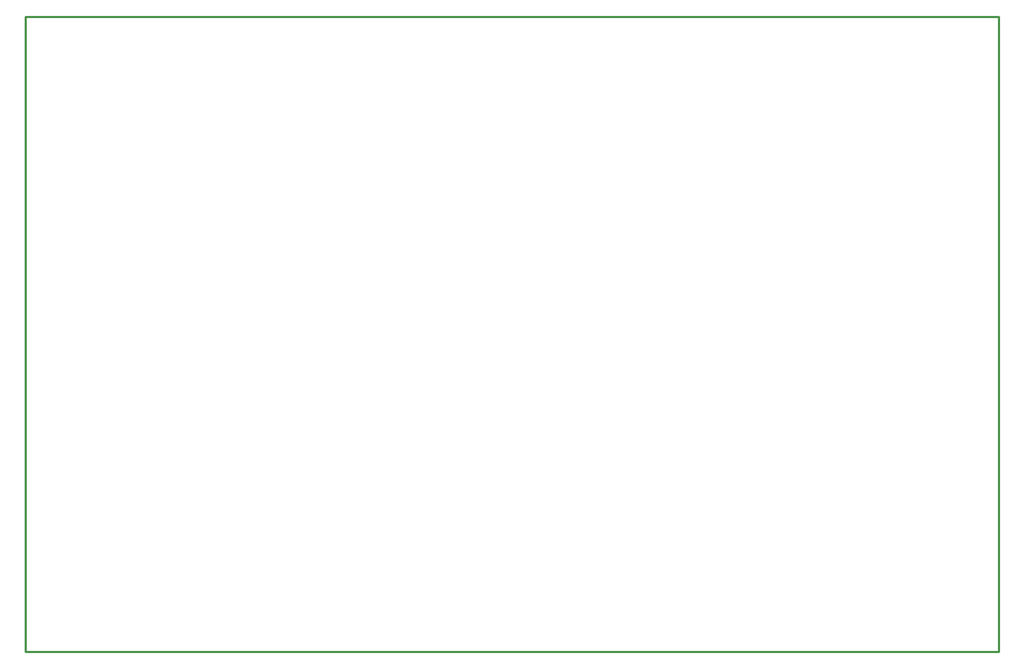
<source format=gko>
%FSLAX43Y43*%
%MOMM*%
%SFA1B1*%

%IPPOS*%
%ADD20C,0.253999*%
%LNlp_led_cube_8x8x8-1*%
%LPD*%
G54D20*
X25399Y120014D02*
X139064D01*
X25399Y45719D02*
Y120014D01*
X139064Y45719D02*
Y120014D01*
X25399Y45719D02*
X139064D01*
M02*
</source>
